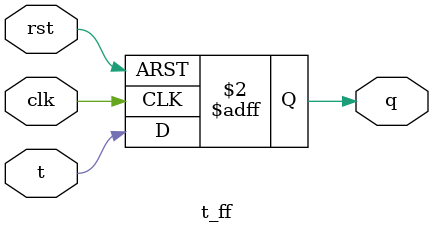
<source format=v>
module t_ff(
input t,clk,rst,
output reg q);
always @(posedge clk or posedge rst)begin
if (rst)
      q<=1'b0;
else begin
     q<=t;
end
end
endmodule

</source>
